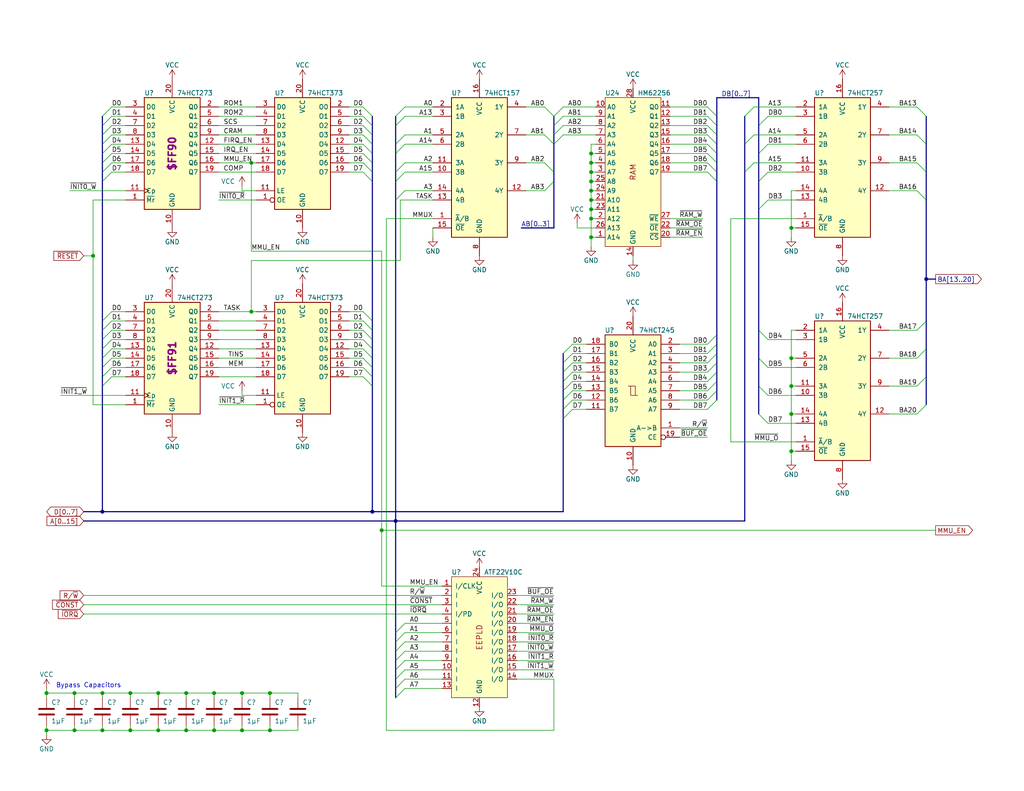
<source format=kicad_sch>
(kicad_sch (version 20230121) (generator eeschema)
  (paper "USLetter")
  (title_block (title "Memory Management Unit (MMU)") (date "2024-03-17") (rev "1.4") (company "Frédéric Segard") (comment 1 "MicroHobbyist's Retro Homebrew Computers") (comment 2 "microhobbyist.com"))
  (junction (at 50.8 189.23))
  (junction (at 43.18 189.23))
  (junction (at 27.94 189.23))
  (junction (at 20.32 189.23))
  (junction (at 161.29 64.77))
  (junction (at 58.42 189.23))
  (junction (at 50.8 199.39))
  (junction (at 161.29 44.45))
  (junction (at 161.29 41.91))
  (junction (at 215.9 123.19))
  (junction (at 58.42 199.39))
  (junction (at 215.9 113.03))
  (junction (at 104.14 144.78))
  (junction (at 35.56 199.39))
  (junction (at 101.6 139.7))
  (junction (at 161.29 49.53))
  (junction (at 20.32 199.39))
  (junction (at 161.29 46.99))
  (junction (at 215.9 62.23))
  (junction (at 27.94 139.7))
  (junction (at 27.94 199.39))
  (junction (at 73.66 189.23))
  (junction (at 43.18 199.39))
  (junction (at 25.4 69.85))
  (junction (at 107.95 142.24))
  (junction (at 215.9 105.41))
  (junction (at 12.7 189.23))
  (junction (at 12.7 199.39))
  (junction (at 161.29 54.61))
  (junction (at 35.56 189.23))
  (junction (at 73.66 199.39))
  (junction (at 66.04 189.23))
  (junction (at 161.29 52.07))
  (junction (at 66.04 199.39))
  (junction (at 215.9 97.79))
  (junction (at 161.29 57.15))
  (junction (at 68.58 44.45))
  (junction (at 68.58 85.09))
  (junction (at 252.73 76.2))
  (junction (at 161.29 59.69))
  (bus_entry (at 151.13 34.29) (size 2.54 -2.54))
  (bus_entry (at 156.21 109.22) (size -2.54 2.54))
  (bus_entry (at 252.73 39.37) (size -2.54 -2.54))
  (bus_entry (at 110.49 172.72) (size -2.54 2.54))
  (bus_entry (at 250.19 44.45) (size 2.54 2.54))
  (bus_entry (at 101.6 44.45) (size -2.54 -2.54))
  (bus_entry (at 101.6 87.63) (size -2.54 -2.54))
  (bus_entry (at 101.6 34.29) (size -2.54 -2.54))
  (bus_entry (at 27.94 49.53) (size 2.54 -2.54))
  (bus_entry (at 207.01 90.17) (size 2.54 2.54))
  (bus_entry (at 207.01 57.15) (size 2.54 -2.54))
  (bus_entry (at 27.94 46.99) (size 2.54 -2.54))
  (bus_entry (at 193.04 36.83) (size 2.54 2.54))
  (bus_entry (at 27.94 41.91) (size 2.54 -2.54))
  (bus_entry (at 193.04 39.37) (size 2.54 2.54))
  (bus_entry (at 250.19 52.07) (size 2.54 2.54))
  (bus_entry (at 27.94 97.79) (size 2.54 -2.54))
  (bus_entry (at 27.94 36.83) (size 2.54 -2.54))
  (bus_entry (at 107.95 46.99) (size 2.54 -2.54))
  (bus_entry (at 250.19 113.03) (size 2.54 -2.54))
  (bus_entry (at 110.49 182.88) (size -2.54 2.54))
  (bus_entry (at 151.13 31.75) (size 2.54 -2.54))
  (bus_entry (at 27.94 90.17) (size 2.54 -2.54))
  (bus_entry (at 193.04 106.68) (size 2.54 -2.54))
  (bus_entry (at 250.19 105.41) (size 2.54 -2.54))
  (bus_entry (at 107.95 31.75) (size 2.54 -2.54))
  (bus_entry (at 27.94 44.45) (size 2.54 -2.54))
  (bus_entry (at 193.04 101.6) (size 2.54 -2.54))
  (bus_entry (at 101.6 49.53) (size -2.54 -2.54))
  (bus_entry (at 110.49 46.99) (size -2.54 2.54))
  (bus_entry (at 148.59 36.83) (size 2.54 2.54))
  (bus_entry (at 207.01 113.03) (size 2.54 2.54))
  (bus_entry (at 207.01 97.79) (size 2.54 2.54))
  (bus_entry (at 110.49 180.34) (size -2.54 2.54))
  (bus_entry (at 27.94 87.63) (size 2.54 -2.54))
  (bus_entry (at 203.2 31.75) (size 2.54 -2.54))
  (bus_entry (at 101.6 95.25) (size -2.54 -2.54))
  (bus_entry (at 207.01 49.53) (size 2.54 -2.54))
  (bus_entry (at 193.04 29.21) (size 2.54 2.54))
  (bus_entry (at 156.21 101.6) (size -2.54 2.54))
  (bus_entry (at 27.94 31.75) (size 2.54 -2.54))
  (bus_entry (at 110.49 177.8) (size -2.54 2.54))
  (bus_entry (at 252.73 31.75) (size -2.54 -2.54))
  (bus_entry (at 193.04 96.52) (size 2.54 -2.54))
  (bus_entry (at 110.49 170.18) (size -2.54 2.54))
  (bus_entry (at 101.6 92.71) (size -2.54 -2.54))
  (bus_entry (at 110.49 39.37) (size -2.54 2.54))
  (bus_entry (at 101.6 46.99) (size -2.54 -2.54))
  (bus_entry (at 101.6 41.91) (size -2.54 -2.54))
  (bus_entry (at 193.04 104.14) (size 2.54 -2.54))
  (bus_entry (at 207.01 34.29) (size 2.54 -2.54))
  (bus_entry (at 110.49 52.07) (size -2.54 2.54))
  (bus_entry (at 151.13 39.37) (size 2.54 -2.54))
  (bus_entry (at 107.95 39.37) (size 2.54 -2.54))
  (bus_entry (at 156.21 93.98) (size -2.54 2.54))
  (bus_entry (at 203.2 39.37) (size 2.54 -2.54))
  (bus_entry (at 156.21 99.06) (size -2.54 2.54))
  (bus_entry (at 101.6 102.87) (size -2.54 -2.54))
  (bus_entry (at 207.01 105.41) (size 2.54 2.54))
  (bus_entry (at 148.59 44.45) (size 2.54 2.54))
  (bus_entry (at 156.21 106.68) (size -2.54 2.54))
  (bus_entry (at 156.21 104.14) (size -2.54 2.54))
  (bus_entry (at 156.21 111.76) (size -2.54 2.54))
  (bus_entry (at 193.04 99.06) (size 2.54 -2.54))
  (bus_entry (at 148.59 52.07) (size 2.54 -2.54))
  (bus_entry (at 27.94 105.41) (size 2.54 -2.54))
  (bus_entry (at 27.94 92.71) (size 2.54 -2.54))
  (bus_entry (at 27.94 95.25) (size 2.54 -2.54))
  (bus_entry (at 110.49 31.75) (size -2.54 2.54))
  (bus_entry (at 101.6 31.75) (size -2.54 -2.54))
  (bus_entry (at 101.6 97.79) (size -2.54 -2.54))
  (bus_entry (at 27.94 100.33) (size 2.54 -2.54))
  (bus_entry (at 250.19 90.17) (size 2.54 -2.54))
  (bus_entry (at 101.6 100.33) (size -2.54 -2.54))
  (bus_entry (at 193.04 31.75) (size 2.54 2.54))
  (bus_entry (at 193.04 109.22) (size 2.54 -2.54))
  (bus_entry (at 151.13 36.83) (size 2.54 -2.54))
  (bus_entry (at 207.01 41.91) (size 2.54 -2.54))
  (bus_entry (at 27.94 34.29) (size 2.54 -2.54))
  (bus_entry (at 110.49 187.96) (size -2.54 2.54))
  (bus_entry (at 250.19 97.79) (size 2.54 -2.54))
  (bus_entry (at 110.49 175.26) (size -2.54 2.54))
  (bus_entry (at 156.21 96.52) (size -2.54 2.54))
  (bus_entry (at 193.04 44.45) (size 2.54 2.54))
  (bus_entry (at 148.59 29.21) (size 2.54 2.54))
  (bus_entry (at 193.04 34.29) (size 2.54 2.54))
  (bus_entry (at 193.04 93.98) (size 2.54 -2.54))
  (bus_entry (at 101.6 105.41) (size -2.54 -2.54))
  (bus_entry (at 101.6 90.17) (size -2.54 -2.54))
  (bus_entry (at 27.94 39.37) (size 2.54 -2.54))
  (bus_entry (at 193.04 111.76) (size 2.54 -2.54))
  (bus_entry (at 27.94 102.87) (size 2.54 -2.54))
  (bus_entry (at 193.04 41.91) (size 2.54 2.54))
  (bus_entry (at 203.2 46.99) (size 2.54 -2.54))
  (bus_entry (at 110.49 185.42) (size -2.54 2.54))
  (bus_entry (at 101.6 36.83) (size -2.54 -2.54))
  (bus_entry (at 193.04 46.99) (size 2.54 2.54))
  (bus_entry (at 101.6 39.37) (size -2.54 -2.54))
  (wire (pts (xy 156.21 93.98) (xy 160.02 93.98)))
  (bus (pts (xy 195.58 96.52) (xy 195.58 99.06)))
  (bus (pts (xy 107.95 31.75) (xy 107.95 34.29)))
  (bus (pts (xy 195.58 44.45) (xy 195.58 46.99)))
  (wire (pts (xy 59.69 85.09) (xy 68.58 85.09)))
  (wire (pts (xy 30.48 34.29) (xy 34.29 34.29)))
  (wire (pts (xy 161.29 49.53) (xy 161.29 46.99)))
  (wire (pts (xy 209.55 54.61) (xy 217.17 54.61)))
  (wire (pts (xy 25.4 54.61) (xy 25.4 69.85)))
  (wire (pts (xy 25.4 69.85) (xy 25.4 110.49)))
  (bus (pts (xy 142.24 62.23) (xy 151.13 62.23)))
  (bus (pts (xy 107.95 49.53) (xy 107.95 54.61)))
  (wire (pts (xy 81.28 189.23) (xy 73.66 189.23)))
  (bus (pts (xy 195.58 36.83) (xy 195.58 39.37)))
  (wire (pts (xy 110.49 39.37) (xy 118.11 39.37)))
  (wire (pts (xy 140.97 165.1) (xy 151.13 165.1)))
  (wire (pts (xy 99.06 34.29) (xy 95.25 34.29)))
  (wire (pts (xy 99.06 87.63) (xy 95.25 87.63)))
  (wire (pts (xy 20.32 189.23) (xy 12.7 189.23)))
  (wire (pts (xy 68.58 85.09) (xy 69.85 85.09)))
  (bus (pts (xy 252.73 95.25) (xy 252.73 87.63)))
  (bus (pts (xy 107.95 142.24) (xy 203.2 142.24)))
  (wire (pts (xy 172.72 71.12) (xy 172.72 69.85)))
  (bus (pts (xy 195.58 46.99) (xy 195.58 49.53)))
  (bus (pts (xy 107.95 187.96) (xy 107.95 190.5)))
  (wire (pts (xy 66.04 198.12) (xy 66.04 199.39)))
  (wire (pts (xy 59.69 102.87) (xy 69.85 102.87)))
  (wire (pts (xy 215.9 90.17) (xy 215.9 97.79)))
  (bus (pts (xy 207.01 41.91) (xy 207.01 49.53)))
  (bus (pts (xy 27.94 97.79) (xy 27.94 100.33)))
  (wire (pts (xy 110.49 31.75) (xy 118.11 31.75)))
  (wire (pts (xy 34.29 54.61) (xy 25.4 54.61)))
  (wire (pts (xy 110.49 170.18) (xy 120.65 170.18)))
  (wire (pts (xy 182.88 46.99) (xy 193.04 46.99)))
  (wire (pts (xy 161.29 52.07) (xy 161.29 54.61)))
  (wire (pts (xy 25.4 110.49) (xy 34.29 110.49)))
  (bus (pts (xy 203.2 31.75) (xy 203.2 39.37)))
  (wire (pts (xy 59.69 110.49) (xy 69.85 110.49)))
  (wire (pts (xy 22.86 167.64) (xy 120.65 167.64)))
  (bus (pts (xy 153.67 96.52) (xy 153.67 99.06)))
  (wire (pts (xy 242.57 52.07) (xy 250.19 52.07)))
  (wire (pts (xy 50.8 189.23) (xy 43.18 189.23)))
  (wire (pts (xy 99.06 100.33) (xy 95.25 100.33)))
  (wire (pts (xy 99.06 44.45) (xy 95.25 44.45)))
  (wire (pts (xy 30.48 29.21) (xy 34.29 29.21)))
  (wire (pts (xy 104.14 144.78) (xy 255.27 144.78)))
  (wire (pts (xy 185.42 106.68) (xy 193.04 106.68)))
  (bus (pts (xy 195.58 41.91) (xy 195.58 44.45)))
  (wire (pts (xy 209.55 46.99) (xy 217.17 46.99)))
  (bus (pts (xy 22.86 139.7) (xy 27.94 139.7)))
  (wire (pts (xy 50.8 189.23) (xy 50.8 190.5)))
  (bus (pts (xy 252.73 76.2) (xy 252.73 87.63)))
  (wire (pts (xy 35.56 199.39) (xy 27.94 199.39)))
  (wire (pts (xy 99.06 29.21) (xy 95.25 29.21)))
  (wire (pts (xy 215.9 62.23) (xy 217.17 62.23)))
  (wire (pts (xy 182.88 39.37) (xy 193.04 39.37)))
  (wire (pts (xy 99.06 97.79) (xy 95.25 97.79)))
  (wire (pts (xy 99.06 36.83) (xy 95.25 36.83)))
  (wire (pts (xy 68.58 68.58) (xy 104.14 68.58)))
  (bus (pts (xy 27.94 102.87) (xy 27.94 105.41)))
  (wire (pts (xy 161.29 59.69) (xy 162.56 59.69)))
  (bus (pts (xy 101.6 36.83) (xy 101.6 39.37)))
  (wire (pts (xy 205.74 29.21) (xy 217.17 29.21)))
  (bus (pts (xy 195.58 34.29) (xy 195.58 36.83)))
  (wire (pts (xy 151.13 185.42) (xy 151.13 199.39)))
  (wire (pts (xy 215.9 97.79) (xy 215.9 105.41)))
  (bus (pts (xy 255.27 76.2) (xy 252.73 76.2)))
  (wire (pts (xy 161.29 54.61) (xy 161.29 57.15)))
  (bus (pts (xy 153.67 114.3) (xy 153.67 139.7)))
  (wire (pts (xy 161.29 44.45) (xy 162.56 44.45)))
  (wire (pts (xy 209.55 115.57) (xy 217.17 115.57)))
  (wire (pts (xy 215.9 52.07) (xy 215.9 62.23)))
  (wire (pts (xy 110.49 36.83) (xy 118.11 36.83)))
  (wire (pts (xy 185.42 104.14) (xy 193.04 104.14)))
  (wire (pts (xy 182.88 36.83) (xy 193.04 36.83)))
  (wire (pts (xy 143.51 44.45) (xy 148.59 44.45)))
  (bus (pts (xy 153.67 109.22) (xy 153.67 111.76)))
  (bus (pts (xy 151.13 46.99) (xy 151.13 49.53)))
  (wire (pts (xy 242.57 97.79) (xy 250.19 97.79)))
  (wire (pts (xy 215.9 123.19) (xy 215.9 125.73)))
  (bus (pts (xy 252.73 39.37) (xy 252.73 46.99)))
  (wire (pts (xy 20.32 189.23) (xy 20.32 190.5)))
  (wire (pts (xy 161.29 46.99) (xy 162.56 46.99)))
  (wire (pts (xy 209.55 92.71) (xy 217.17 92.71)))
  (bus (pts (xy 101.6 100.33) (xy 101.6 102.87)))
  (wire (pts (xy 110.49 180.34) (xy 120.65 180.34)))
  (wire (pts (xy 140.97 185.42) (xy 151.13 185.42)))
  (wire (pts (xy 27.94 198.12) (xy 27.94 199.39)))
  (bus (pts (xy 101.6 102.87) (xy 101.6 105.41)))
  (wire (pts (xy 43.18 189.23) (xy 35.56 189.23)))
  (bus (pts (xy 22.86 142.24) (xy 107.95 142.24)))
  (wire (pts (xy 153.67 36.83) (xy 162.56 36.83)))
  (wire (pts (xy 161.29 41.91) (xy 161.29 39.37)))
  (bus (pts (xy 195.58 31.75) (xy 195.58 34.29)))
  (bus (pts (xy 107.95 175.26) (xy 107.95 177.8)))
  (wire (pts (xy 30.48 46.99) (xy 34.29 46.99)))
  (wire (pts (xy 59.69 92.71) (xy 69.85 92.71)))
  (wire (pts (xy 73.66 199.39) (xy 66.04 199.39)))
  (wire (pts (xy 27.94 199.39) (xy 20.32 199.39)))
  (wire (pts (xy 110.49 46.99) (xy 118.11 46.99)))
  (wire (pts (xy 182.88 44.45) (xy 193.04 44.45)))
  (bus (pts (xy 107.95 34.29) (xy 107.95 39.37)))
  (wire (pts (xy 162.56 31.75) (xy 153.67 31.75)))
  (wire (pts (xy 185.42 96.52) (xy 193.04 96.52)))
  (wire (pts (xy 27.94 189.23) (xy 27.94 190.5)))
  (wire (pts (xy 59.69 90.17) (xy 69.85 90.17)))
  (wire (pts (xy 161.29 59.69) (xy 161.29 64.77)))
  (wire (pts (xy 199.39 59.69) (xy 199.39 120.65)))
  (wire (pts (xy 161.29 46.99) (xy 161.29 44.45)))
  (bus (pts (xy 207.01 49.53) (xy 207.01 57.15)))
  (wire (pts (xy 104.14 160.02) (xy 120.65 160.02)))
  (wire (pts (xy 156.21 111.76) (xy 160.02 111.76)))
  (wire (pts (xy 59.69 97.79) (xy 69.85 97.79)))
  (wire (pts (xy 242.57 113.03) (xy 250.19 113.03)))
  (bus (pts (xy 107.95 177.8) (xy 107.95 180.34)))
  (wire (pts (xy 161.29 52.07) (xy 162.56 52.07)))
  (wire (pts (xy 22.86 162.56) (xy 120.65 162.56)))
  (wire (pts (xy 68.58 71.12) (xy 68.58 85.09)))
  (bus (pts (xy 252.73 31.75) (xy 252.73 39.37)))
  (wire (pts (xy 215.9 123.19) (xy 217.17 123.19)))
  (wire (pts (xy 161.29 39.37) (xy 162.56 39.37)))
  (bus (pts (xy 207.01 34.29) (xy 207.01 41.91)))
  (wire (pts (xy 161.29 54.61) (xy 162.56 54.61)))
  (wire (pts (xy 209.55 100.33) (xy 217.17 100.33)))
  (bus (pts (xy 195.58 104.14) (xy 195.58 106.68)))
  (wire (pts (xy 58.42 189.23) (xy 58.42 190.5)))
  (bus (pts (xy 101.6 105.41) (xy 101.6 139.7)))
  (bus (pts (xy 101.6 44.45) (xy 101.6 46.99)))
  (wire (pts (xy 217.17 90.17) (xy 215.9 90.17)))
  (wire (pts (xy 66.04 50.8) (xy 66.04 52.07)))
  (wire (pts (xy 66.04 189.23) (xy 66.04 190.5)))
  (wire (pts (xy 118.11 62.23) (xy 118.11 64.77)))
  (wire (pts (xy 242.57 90.17) (xy 250.19 90.17)))
  (wire (pts (xy 153.67 29.21) (xy 162.56 29.21)))
  (wire (pts (xy 161.29 44.45) (xy 161.29 41.91)))
  (bus (pts (xy 27.94 46.99) (xy 27.94 49.53)))
  (wire (pts (xy 209.55 39.37) (xy 217.17 39.37)))
  (wire (pts (xy 161.29 57.15) (xy 162.56 57.15)))
  (bus (pts (xy 101.6 87.63) (xy 101.6 90.17)))
  (wire (pts (xy 59.69 29.21) (xy 69.85 29.21)))
  (wire (pts (xy 162.56 62.23) (xy 157.48 62.23)))
  (wire (pts (xy 43.18 198.12) (xy 43.18 199.39)))
  (wire (pts (xy 30.48 31.75) (xy 34.29 31.75)))
  (bus (pts (xy 207.01 105.41) (xy 207.01 113.03)))
  (wire (pts (xy 156.21 106.68) (xy 160.02 106.68)))
  (bus (pts (xy 107.95 41.91) (xy 107.95 46.99)))
  (wire (pts (xy 110.49 44.45) (xy 118.11 44.45)))
  (wire (pts (xy 30.48 92.71) (xy 34.29 92.71)))
  (wire (pts (xy 105.41 59.69) (xy 105.41 199.39)))
  (wire (pts (xy 161.29 64.77) (xy 162.56 64.77)))
  (wire (pts (xy 68.58 44.45) (xy 68.58 68.58)))
  (wire (pts (xy 215.9 62.23) (xy 215.9 64.77)))
  (wire (pts (xy 242.57 36.83) (xy 250.19 36.83)))
  (wire (pts (xy 59.69 95.25) (xy 69.85 95.25)))
  (wire (pts (xy 81.28 189.23) (xy 81.28 190.5)))
  (wire (pts (xy 109.22 54.61) (xy 109.22 71.12)))
  (wire (pts (xy 110.49 52.07) (xy 118.11 52.07)))
  (wire (pts (xy 22.86 69.85) (xy 25.4 69.85)))
  (wire (pts (xy 140.97 180.34) (xy 151.13 180.34)))
  (wire (pts (xy 20.32 199.39) (xy 12.7 199.39)))
  (bus (pts (xy 107.95 142.24) (xy 107.95 172.72)))
  (wire (pts (xy 242.57 29.21) (xy 250.19 29.21)))
  (wire (pts (xy 20.32 198.12) (xy 20.32 199.39)))
  (wire (pts (xy 30.48 95.25) (xy 34.29 95.25)))
  (wire (pts (xy 73.66 189.23) (xy 73.66 190.5)))
  (wire (pts (xy 99.06 46.99) (xy 95.25 46.99)))
  (bus (pts (xy 27.94 105.41) (xy 27.94 139.7)))
  (bus (pts (xy 107.95 180.34) (xy 107.95 182.88)))
  (wire (pts (xy 140.97 175.26) (xy 151.13 175.26)))
  (wire (pts (xy 58.42 198.12) (xy 58.42 199.39)))
  (wire (pts (xy 73.66 198.12) (xy 73.66 199.39)))
  (bus (pts (xy 27.94 49.53) (xy 27.94 87.63)))
  (bus (pts (xy 101.6 41.91) (xy 101.6 44.45)))
  (bus (pts (xy 101.6 49.53) (xy 101.6 87.63)))
  (wire (pts (xy 59.69 41.91) (xy 69.85 41.91)))
  (wire (pts (xy 30.48 41.91) (xy 34.29 41.91)))
  (wire (pts (xy 215.9 113.03) (xy 215.9 123.19)))
  (wire (pts (xy 140.97 177.8) (xy 151.13 177.8)))
  (wire (pts (xy 66.04 106.68) (xy 66.04 107.95)))
  (bus (pts (xy 101.6 34.29) (xy 101.6 36.83)))
  (wire (pts (xy 217.17 52.07) (xy 215.9 52.07)))
  (bus (pts (xy 27.94 41.91) (xy 27.94 44.45)))
  (wire (pts (xy 59.69 34.29) (xy 69.85 34.29)))
  (wire (pts (xy 110.49 175.26) (xy 120.65 175.26)))
  (wire (pts (xy 99.06 95.25) (xy 95.25 95.25)))
  (bus (pts (xy 153.67 111.76) (xy 153.67 114.3)))
  (wire (pts (xy 182.88 29.21) (xy 193.04 29.21)))
  (bus (pts (xy 195.58 49.53) (xy 195.58 91.44)))
  (wire (pts (xy 182.88 64.77) (xy 191.77 64.77)))
  (wire (pts (xy 215.9 105.41) (xy 215.9 113.03)))
  (wire (pts (xy 68.58 44.45) (xy 69.85 44.45)))
  (bus (pts (xy 101.6 90.17) (xy 101.6 92.71)))
  (wire (pts (xy 143.51 29.21) (xy 148.59 29.21)))
  (bus (pts (xy 107.95 54.61) (xy 107.95 142.24)))
  (wire (pts (xy 30.48 39.37) (xy 34.29 39.37)))
  (wire (pts (xy 66.04 199.39) (xy 58.42 199.39)))
  (bus (pts (xy 27.94 95.25) (xy 27.94 97.79)))
  (wire (pts (xy 162.56 34.29) (xy 153.67 34.29)))
  (wire (pts (xy 209.55 107.95) (xy 217.17 107.95)))
  (bus (pts (xy 27.94 100.33) (xy 27.94 102.87)))
  (bus (pts (xy 107.95 39.37) (xy 107.95 41.91)))
  (bus (pts (xy 195.58 99.06) (xy 195.58 101.6)))
  (wire (pts (xy 110.49 187.96) (xy 120.65 187.96)))
  (bus (pts (xy 101.6 31.75) (xy 101.6 34.29)))
  (bus (pts (xy 101.6 95.25) (xy 101.6 97.79)))
  (bus (pts (xy 252.73 102.87) (xy 252.73 95.25)))
  (wire (pts (xy 140.97 167.64) (xy 151.13 167.64)))
  (wire (pts (xy 30.48 97.79) (xy 34.29 97.79)))
  (wire (pts (xy 81.28 199.39) (xy 73.66 199.39)))
  (wire (pts (xy 185.42 99.06) (xy 193.04 99.06)))
  (wire (pts (xy 215.9 97.79) (xy 217.17 97.79)))
  (wire (pts (xy 182.88 31.75) (xy 193.04 31.75)))
  (bus (pts (xy 101.6 139.7) (xy 153.67 139.7)))
  (wire (pts (xy 104.14 144.78) (xy 104.14 160.02)))
  (bus (pts (xy 107.95 46.99) (xy 107.95 49.53)))
  (bus (pts (xy 207.01 97.79) (xy 207.01 105.41)))
  (bus (pts (xy 27.94 36.83) (xy 27.94 39.37)))
  (wire (pts (xy 110.49 177.8) (xy 120.65 177.8)))
  (wire (pts (xy 30.48 100.33) (xy 34.29 100.33)))
  (bus (pts (xy 195.58 39.37) (xy 195.58 41.91)))
  (wire (pts (xy 199.39 120.65) (xy 217.17 120.65)))
  (wire (pts (xy 104.14 68.58) (xy 104.14 144.78)))
  (wire (pts (xy 182.88 34.29) (xy 193.04 34.29)))
  (wire (pts (xy 81.28 198.12) (xy 81.28 199.39)))
  (wire (pts (xy 59.69 54.61) (xy 69.85 54.61)))
  (wire (pts (xy 156.21 109.22) (xy 160.02 109.22)))
  (wire (pts (xy 12.7 198.12) (xy 12.7 199.39)))
  (bus (pts (xy 153.67 106.68) (xy 153.67 109.22)))
  (wire (pts (xy 99.06 92.71) (xy 95.25 92.71)))
  (bus (pts (xy 203.2 46.99) (xy 203.2 142.24)))
  (bus (pts (xy 101.6 39.37) (xy 101.6 41.91)))
  (wire (pts (xy 162.56 49.53) (xy 161.29 49.53)))
  (wire (pts (xy 35.56 189.23) (xy 35.56 190.5)))
  (wire (pts (xy 59.69 44.45) (xy 68.58 44.45)))
  (bus (pts (xy 252.73 110.49) (xy 252.73 102.87)))
  (wire (pts (xy 140.97 182.88) (xy 151.13 182.88)))
  (wire (pts (xy 161.29 64.77) (xy 161.29 67.31)))
  (bus (pts (xy 207.01 57.15) (xy 207.01 90.17)))
  (wire (pts (xy 185.42 101.6) (xy 193.04 101.6)))
  (wire (pts (xy 157.48 60.96) (xy 157.48 62.23)))
  (wire (pts (xy 12.7 199.39) (xy 12.7 200.66)))
  (wire (pts (xy 215.9 105.41) (xy 217.17 105.41)))
  (wire (pts (xy 242.57 44.45) (xy 250.19 44.45)))
  (bus (pts (xy 207.01 26.67) (xy 195.58 26.67)))
  (wire (pts (xy 109.22 71.12) (xy 68.58 71.12)))
  (wire (pts (xy 151.13 199.39) (xy 105.41 199.39)))
  (wire (pts (xy 182.88 59.69) (xy 191.77 59.69)))
  (bus (pts (xy 27.94 87.63) (xy 27.94 90.17)))
  (bus (pts (xy 195.58 101.6) (xy 195.58 104.14)))
  (wire (pts (xy 156.21 104.14) (xy 160.02 104.14)))
  (wire (pts (xy 99.06 39.37) (xy 95.25 39.37)))
  (wire (pts (xy 242.57 105.41) (xy 250.19 105.41)))
  (bus (pts (xy 101.6 97.79) (xy 101.6 100.33)))
  (wire (pts (xy 110.49 185.42) (xy 120.65 185.42)))
  (bus (pts (xy 153.67 101.6) (xy 153.67 104.14)))
  (wire (pts (xy 156.21 101.6) (xy 160.02 101.6)))
  (wire (pts (xy 35.56 198.12) (xy 35.56 199.39)))
  (wire (pts (xy 161.29 41.91) (xy 162.56 41.91)))
  (bus (pts (xy 207.01 90.17) (xy 207.01 97.79)))
  (wire (pts (xy 59.69 87.63) (xy 69.85 87.63)))
  (wire (pts (xy 16.51 107.95) (xy 34.29 107.95)))
  (bus (pts (xy 151.13 49.53) (xy 151.13 62.23)))
  (wire (pts (xy 143.51 52.07) (xy 148.59 52.07)))
  (wire (pts (xy 50.8 199.39) (xy 43.18 199.39)))
  (wire (pts (xy 99.06 102.87) (xy 95.25 102.87)))
  (wire (pts (xy 30.48 85.09) (xy 34.29 85.09)))
  (wire (pts (xy 59.69 100.33) (xy 69.85 100.33)))
  (wire (pts (xy 35.56 189.23) (xy 27.94 189.23)))
  (wire (pts (xy 50.8 198.12) (xy 50.8 199.39)))
  (wire (pts (xy 43.18 189.23) (xy 43.18 190.5)))
  (wire (pts (xy 30.48 36.83) (xy 34.29 36.83)))
  (bus (pts (xy 151.13 31.75) (xy 151.13 34.29)))
  (wire (pts (xy 209.55 31.75) (xy 217.17 31.75)))
  (bus (pts (xy 27.94 92.71) (xy 27.94 95.25)))
  (wire (pts (xy 182.88 62.23) (xy 191.77 62.23)))
  (bus (pts (xy 207.01 34.29) (xy 207.01 26.67)))
  (wire (pts (xy 69.85 107.95) (xy 66.04 107.95)))
  (wire (pts (xy 156.21 99.06) (xy 160.02 99.06)))
  (wire (pts (xy 182.88 41.91) (xy 193.04 41.91)))
  (bus (pts (xy 151.13 39.37) (xy 151.13 46.99)))
  (wire (pts (xy 110.49 172.72) (xy 120.65 172.72)))
  (wire (pts (xy 185.42 93.98) (xy 193.04 93.98)))
  (wire (pts (xy 12.7 187.96) (xy 12.7 189.23)))
  (bus (pts (xy 203.2 39.37) (xy 203.2 46.99)))
  (wire (pts (xy 99.06 31.75) (xy 95.25 31.75)))
  (wire (pts (xy 99.06 90.17) (xy 95.25 90.17)))
  (wire (pts (xy 110.49 29.21) (xy 118.11 29.21)))
  (bus (pts (xy 151.13 34.29) (xy 151.13 36.83)))
  (wire (pts (xy 140.97 172.72) (xy 151.13 172.72)))
  (wire (pts (xy 73.66 189.23) (xy 66.04 189.23)))
  (wire (pts (xy 140.97 162.56) (xy 151.13 162.56)))
  (bus (pts (xy 27.94 44.45) (xy 27.94 46.99)))
  (bus (pts (xy 195.58 106.68) (xy 195.58 109.22)))
  (wire (pts (xy 58.42 189.23) (xy 50.8 189.23)))
  (wire (pts (xy 59.69 31.75) (xy 69.85 31.75)))
  (wire (pts (xy 110.49 182.88) (xy 120.65 182.88)))
  (wire (pts (xy 30.48 44.45) (xy 34.29 44.45)))
  (wire (pts (xy 99.06 41.91) (xy 95.25 41.91)))
  (wire (pts (xy 59.69 39.37) (xy 69.85 39.37)))
  (wire (pts (xy 215.9 113.03) (xy 217.17 113.03)))
  (wire (pts (xy 199.39 59.69) (xy 217.17 59.69)))
  (wire (pts (xy 109.22 54.61) (xy 118.11 54.61)))
  (bus (pts (xy 107.95 182.88) (xy 107.95 185.42)))
  (bus (pts (xy 195.58 26.67) (xy 195.58 31.75)))
  (wire (pts (xy 205.74 44.45) (xy 217.17 44.45)))
  (bus (pts (xy 27.94 139.7) (xy 101.6 139.7)))
  (wire (pts (xy 30.48 102.87) (xy 34.29 102.87)))
  (wire (pts (xy 185.42 116.84) (xy 193.04 116.84)))
  (bus (pts (xy 153.67 104.14) (xy 153.67 106.68)))
  (wire (pts (xy 30.48 90.17) (xy 34.29 90.17)))
  (wire (pts (xy 185.42 109.22) (xy 193.04 109.22)))
  (wire (pts (xy 58.42 199.39) (xy 50.8 199.39)))
  (wire (pts (xy 161.29 57.15) (xy 161.29 59.69)))
  (wire (pts (xy 105.41 59.69) (xy 118.11 59.69)))
  (wire (pts (xy 19.05 52.07) (xy 34.29 52.07)))
  (wire (pts (xy 43.18 199.39) (xy 35.56 199.39)))
  (bus (pts (xy 101.6 92.71) (xy 101.6 95.25)))
  (bus (pts (xy 27.94 39.37) (xy 27.94 41.91)))
  (wire (pts (xy 59.69 46.99) (xy 69.85 46.99)))
  (wire (pts (xy 12.7 189.23) (xy 12.7 190.5)))
  (wire (pts (xy 205.74 36.83) (xy 217.17 36.83)))
  (wire (pts (xy 22.86 165.1) (xy 120.65 165.1)))
  (bus (pts (xy 151.13 36.83) (xy 151.13 39.37)))
  (wire (pts (xy 66.04 52.07) (xy 69.85 52.07)))
  (wire (pts (xy 66.04 189.23) (xy 58.42 189.23)))
  (bus (pts (xy 195.58 93.98) (xy 195.58 96.52)))
  (bus (pts (xy 101.6 46.99) (xy 101.6 49.53)))
  (bus (pts (xy 252.73 54.61) (xy 252.73 76.2)))
  (wire (pts (xy 185.42 119.38) (xy 193.04 119.38)))
  (wire (pts (xy 156.21 96.52) (xy 160.02 96.52)))
  (wire (pts (xy 140.97 170.18) (xy 151.13 170.18)))
  (wire (pts (xy 161.29 49.53) (xy 161.29 52.07)))
  (bus (pts (xy 195.58 91.44) (xy 195.58 93.98)))
  (bus (pts (xy 153.67 99.06) (xy 153.67 101.6)))
  (bus (pts (xy 107.95 172.72) (xy 107.95 175.26)))
  (bus (pts (xy 107.95 185.42) (xy 107.95 187.96)))
  (bus (pts (xy 27.94 31.75) (xy 27.94 34.29)))
  (bus (pts (xy 27.94 34.29) (xy 27.94 36.83)))
  (wire (pts (xy 30.48 87.63) (xy 34.29 87.63)))
  (bus (pts (xy 252.73 54.61) (xy 252.73 46.99)))
  (wire (pts (xy 59.69 36.83) (xy 69.85 36.83)))
  (bus (pts (xy 27.94 90.17) (xy 27.94 92.71)))
  (wire (pts (xy 143.51 36.83) (xy 148.59 36.83)))
  (wire (pts (xy 27.94 189.23) (xy 20.32 189.23)))
  (wire (pts (xy 185.42 111.76) (xy 193.04 111.76)))
  (wire (pts (xy 99.06 85.09) (xy 95.25 85.09)))
  (text "Bypass Capacitors" (at 15.24 187.96 0) (effects (font (size 1.27 1.27)) (justify left bottom)))
  (label "R{slash}~{W}" (at 111.76 162.56 0))
  (label "~{INIT0_W}" (at 19.05 52.07 0))
  (label "~{IORQ}" (at 111.76 167.64 0))
  (label "~{RAM_EN}" (at 151.13 170.18 180))
  (label "DB1" (at 193.04 96.52 180))
  (label "BA20" (at 250.19 113.03 180))
  (label "A2" (at 115.57 44.45 0))
  (label "D6" (at 99.06 44.45 180))
  (label "AB1" (at 148.59 36.83 180))
  (label "DB5" (at 193.04 41.91 180))
  (label "D2" (at 99.06 90.17 180))
  (label "DB6" (at 193.04 44.45 180))
  (label "BA17" (at 250.19 90.17 180))
  (label "SCS" (at 60.96 34.29 0))
  (label "~{INIT1_R}" (at 59.69 110.49 0))
  (label "MMU_EN" (at 60.96 44.45 0))
  (label "BA14" (at 250.19 36.83 180))
  (label "DB2" (at 193.04 34.29 180))
  (label "DB[0..7]" (at 196.85 26.67 0))
  (label "D5" (at 30.48 97.79 0))
  (label "D2" (at 99.06 34.29 180))
  (label "TASK" (at 118.11 54.61 180))
  (label "D1" (at 99.06 87.63 180))
  (label "D6" (at 30.48 44.45 0))
  (label "IRQ_EN" (at 60.96 41.91 0))
  (label "D0" (at 30.48 85.09 0))
  (label "D7" (at 156.21 111.76 0))
  (label "D4" (at 99.06 39.37 180))
  (label "D3" (at 99.06 36.83 180))
  (label "MMUX" (at 118.11 59.69 180))
  (label "COMP" (at 60.96 46.99 0))
  (label "~{RAM_OE}" (at 151.13 167.64 180))
  (label "DB2" (at 209.55 46.99 0))
  (label "BA19" (at 250.19 105.41 180))
  (label "D0" (at 99.06 29.21 180))
  (label "D7" (at 99.06 102.87 180))
  (label "AB[0..3]" (at 142.24 62.23 0))
  (label "D2" (at 30.48 90.17 0))
  (label "A2" (at 111.76 175.26 0))
  (label "TASK" (at 60.96 85.09 0))
  (label "DB4" (at 193.04 39.37 180))
  (label "DB0" (at 193.04 93.98 180))
  (label "D5" (at 99.06 97.79 180))
  (label "DB2" (at 193.04 99.06 180))
  (label "DB1" (at 193.04 31.75 180))
  (label "DB4" (at 209.55 92.71 0))
  (label "DB1" (at 209.55 39.37 0))
  (label "A6" (at 111.76 185.42 0))
  (label "DB5" (at 209.55 100.33 0))
  (label "D1" (at 30.48 87.63 0))
  (label "A4" (at 111.76 180.34 0))
  (label "D6" (at 156.21 109.22 0))
  (label "DB0" (at 193.04 29.21 180))
  (label "D1" (at 30.48 31.75 0))
  (label "A0" (at 111.76 170.18 0))
  (label "A1" (at 115.57 36.83 0))
  (label "AB1" (at 154.94 31.75 0))
  (label "D3" (at 99.06 92.71 180))
  (label "~{RAM_W}" (at 151.13 165.1 180))
  (label "AB2" (at 148.59 44.45 180))
  (label "DB3" (at 193.04 36.83 180))
  (label "A0" (at 115.57 29.21 0))
  (label "D3" (at 30.48 92.71 0))
  (label "A15" (at 114.3 46.99 0))
  (label "DB7" (at 193.04 46.99 180))
  (label "D7" (at 30.48 102.87 0))
  (label "D3" (at 30.48 36.83 0))
  (label "D6" (at 99.06 100.33 180))
  (label "~{BUF_OE}" (at 151.13 162.56 180))
  (label "DB6" (at 193.04 109.22 180))
  (label "MEM" (at 62.23 100.33 0))
  (label "D0" (at 30.48 29.21 0))
  (label "A5" (at 111.76 182.88 0))
  (label "A7" (at 111.76 187.96 0))
  (label "D0" (at 99.06 85.09 180))
  (label "~{MMU_O}" (at 205.74 120.65 0))
  (label "~{RAM_EN}" (at 191.77 64.77 180))
  (label "BA15" (at 250.19 44.45 180))
  (label "DB7" (at 209.55 115.57 0))
  (label "~{MMU_O}" (at 151.13 172.72 180))
  (label "R{slash}~{W}" (at 193.04 116.84 180))
  (label "MMUX" (at 151.13 185.42 180))
  (label "AB3" (at 154.94 36.83 0))
  (label "AB2" (at 154.94 34.29 0))
  (label "D4" (at 30.48 95.25 0))
  (label "D7" (at 30.48 46.99 0))
  (label "DB3" (at 209.55 54.61 0))
  (label "~{INIT0_W}" (at 151.13 177.8 180))
  (label "~{INIT0_R}" (at 59.69 54.61 0))
  (label "~{CONST}" (at 111.76 165.1 0))
  (label "D1" (at 156.21 96.52 0))
  (label "ROM1" (at 60.96 29.21 0))
  (label "D0" (at 156.21 93.98 0))
  (label "D4" (at 30.48 39.37 0))
  (label "D6" (at 30.48 100.33 0))
  (label "BA18" (at 250.19 97.79 180))
  (label "FIRQ_EN" (at 60.96 39.37 0))
  (label "AB0" (at 148.59 29.21 180))
  (label "CRAM" (at 60.96 36.83 0))
  (label "AB3" (at 148.59 52.07 180))
  (label "A13" (at 114.3 31.75 0))
  (label "TINS" (at 62.23 97.79 0))
  (label "A15" (at 209.55 44.45 0))
  (label "BA13" (at 250.19 29.21 180))
  (label "~{RAM_OE}" (at 191.77 62.23 180))
  (label "ROM2" (at 60.96 31.75 0))
  (label "A3" (at 111.76 177.8 0))
  (label "~{INIT1_W}" (at 16.51 107.95 0))
  (label "~{INIT1_W}" (at 151.13 182.88 180))
  (label "~{INIT1_R}" (at 151.13 180.34 180))
  (label "D7" (at 99.06 46.99 180))
  (label "D5" (at 156.21 106.68 0))
  (label "A13" (at 209.55 29.21 0))
  (label "DB4" (at 193.04 104.14 180))
  (label "~{RAM_W}" (at 191.77 59.69 180))
  (label "DB3" (at 193.04 101.6 180))
  (label "D4" (at 99.06 95.25 180))
  (label "DB5" (at 193.04 106.68 180))
  (label "BA16" (at 250.19 52.07 180))
  (label "D2" (at 156.21 99.06 0))
  (label "MMU_EN" (at 68.58 68.58 0))
  (label "D3" (at 156.21 101.6 0))
  (label "DB0" (at 209.55 31.75 0))
  (label "A1" (at 111.76 172.72 0))
  (label "D4" (at 156.21 104.14 0))
  (label "DB6" (at 209.55 107.95 0))
  (label "MMU_EN" (at 111.76 160.02 0))
  (label "D1" (at 99.06 31.75 180))
  (label "A14" (at 209.55 36.83 0))
  (label "DB7" (at 193.04 111.76 180))
  (label "D5" (at 99.06 41.91 180))
  (label "A14" (at 114.3 39.37 0))
  (label "A3" (at 115.57 52.07 0))
  (label "D5" (at 30.48 41.91 0))
  (label "~{INIT0_R}" (at 151.13 175.26 180))
  (label "AB0" (at 154.94 29.21 0))
  (label "~{BUF_OE}" (at 193.04 119.38 180))
  (label "D2" (at 30.48 34.29 0))
  (global_label "~{CONST}" (shape input) (at 22.86 165.1 180) (property "Intersheetrefs" "${INTERSHEET_REFS}" (effects hide)))
  (global_label "BA[13..20]" (shape output) (at 255.27 76.2 0) (property "Intersheetrefs" "${INTERSHEET_REFS}" (effects hide)))
  (global_label "D[0..7]" (shape bidirectional) (at 22.86 139.7 180) (property "Intersheetrefs" "${INTERSHEET_REFS}" (effects hide)))
  (global_label "~{IORQ}" (shape input) (at 22.86 167.64 180) (property "Intersheetrefs" "${INTERSHEET_REFS}" (effects hide)))
  (global_label "R{slash}~{W}" (shape input) (at 22.86 162.56 180) (property "Intersheetrefs" "${INTERSHEET_REFS}" (effects hide)))
  (global_label "A[0..15]" (shape input) (at 22.86 142.24 180) (property "Intersheetrefs" "${INTERSHEET_REFS}" (effects hide)))
  (global_label "~{RESET}" (shape input) (at 22.86 69.85 180) (property "Intersheetrefs" "${INTERSHEET_REFS}" (effects hide)))
  (global_label "MMU_EN" (shape output) (at 255.27 144.78 0) (property "Intersheetrefs" "${INTERSHEET_REFS}" (effects hide)))
  (symbol (lib_name "74HC257_1") (lib_id "0_Library:74HC257") (at 229.87 44.45 0) (unit 1)
    (property "Reference" "U?" (at 222.25 25.4 0) (effects (justify left)))
    (property "Value" "74HCT257" (at 231.14 25.4 0) (effects (justify left)))
    (property "Footprint" "Package_DIP:DIP-16_W7.62mm_Socket" (effects hide))
    (property "Datasheet" "https://www.ti.com/lit/ds/symlink/sn74hc257.pdf" (effects hide))
    (instances (project "MMU test" (path "" (reference "U?") (unit 1))) (project "PCB - CPU V1" (path "" (reference "U23") (unit 1))))
  )
  (symbol (lib_id "74xx:74LS273") (at 46.99 97.79 0) (unit 1)
    (property "Reference" "U?" (at 39.37 81.28 0) (effects (justify left)))
    (property "Value" "74HCT273" (at 48.26 81.28 0) (effects (justify left)))
    (property "Footprint" "Package_DIP:DIP-20_W7.62mm_Socket" (effects hide))
    (property "Datasheet" "http://www.ti.com/lit/gpn/sn74LS273" (effects hide))
    (property "Addr" "$FF91" (at 46.99 97.79 90) (effects (font (size 2 2) bold)))
    (instances (project "MMU test" (path "" (reference "U?") (unit 1))) (project "PCB - CPU V1" (path "" (reference "U25") (unit 1))))
  )
  (symbol (lib_id "Device:C") (at 35.56 194.31 0) (unit 1)
    (property "Reference" "C?" (at 36.83 191.77 0) (effects (justify left)))
    (property "Value" "1µF" (at 36.83 196.85 0) (effects (justify left)))
    (property "Footprint" "Capacitor_THT:C_Disc_D3.0mm_W1.6mm_P2.50mm" (effects hide))
    (instances (project "MMU test" (path "" (reference "C?") (unit 1))) (project "PCB - CPU V1" (path "" (reference "C38") (unit 1))))
  )
  (symbol (lib_id "Device:C") (at 12.7 194.31 0) (unit 1)
    (property "Reference" "C?" (at 13.97 191.77 0) (effects (justify left)))
    (property "Value" "1µF" (at 13.97 196.85 0) (effects (justify left)))
    (property "Footprint" "Capacitor_THT:C_Disc_D3.0mm_W1.6mm_P2.50mm" (effects hide))
    (instances (project "MMU test" (path "" (reference "C?") (unit 1))) (project "PCB - CPU V1" (path "" (reference "C35") (unit 1))))
  )
  (symbol (lib_id "power:GND") (at 130.81 193.04 0) (unit 1)
    (property "Reference" "#PWR?" (effects hide))
    (property "Value" "GND" (at 130.81 196.85 0))
    (instances (project "MMU test" (path "" (reference "#PWR?") (unit 1))) (project "PCB - CPU V1" (path "" (reference "#PWR0116") (unit 1))))
  )
  (symbol (lib_id "74xx:74LS245") (at 172.72 106.68 0) (mirror y) (unit 1)
    (property "Reference" "U?" (at 167.64 90.17 0) (effects (justify left)))
    (property "Value" "74HCT245" (at 184.15 90.17 0) (effects (justify left)))
    (property "Footprint" "Package_DIP:DIP-20_W7.62mm_Socket" (effects hide))
    (property "Datasheet" "http://www.ti.com/lit/gpn/sn74LS245" (effects hide))
    (instances (project "MMU test" (path "" (reference "U?") (unit 1))) (project "PCB - CPU V1" (path "" (reference "U28") (unit 1))))
  )
  (symbol (lib_id "power:VCC") (at 130.81 154.94 0) (unit 1)
    (property "Reference" "#PWR?" (effects hide))
    (property "Value" "VCC" (at 130.81 151.13 0))
    (instances (project "PCB - CPU V1" (path "" (reference "#PWR?") (unit 1)) (path "" (reference "#PWR0114") (unit 1))))
  )
  (symbol (lib_id "power:VCC") (at 82.55 77.47 0) (unit 1)
    (property "Reference" "#PWR?" (effects hide))
    (property "Value" "VCC" (at 82.55 73.66 0))
    (instances (project "PCB - CPU V1" (path "" (reference "#PWR?") (unit 1)) (path "" (reference "#PWR0105") (unit 1))))
  )
  (symbol (lib_id "power:GND") (at 172.72 127 0) (unit 1)
    (property "Reference" "#PWR?" (effects hide))
    (property "Value" "GND" (at 172.72 130.81 0))
    (instances (project "MMU test" (path "" (reference "#PWR?") (unit 1))) (project "PCB - CPU V1" (path "" (reference "#PWR0112") (unit 1))))
  )
  (symbol (lib_id "0_Library:ATF22V10C") (at 130.81 156.21 0) (unit 1)
    (property "Reference" "U?" (at 123.19 156.21 0) (effects (justify left)))
    (property "Value" "ATF22V10C" (at 132.08 156.21 0) (effects (justify left)))
    (property "Footprint" "Package_DIP:DIP-24_W7.62mm_Socket" (effects hide))
    (property "Datasheet" "http://ww1.microchip.com/downloads/en/DeviceDoc/doc0735.pdf" (effects hide))
    (instances (project "MMU test" (path "" (reference "U?") (unit 1))) (project "PCB - CPU V1" (path "" (reference "U29") (unit 1))))
  )
  (symbol (lib_id "74xx:74LS273") (at 46.99 41.91 0) (unit 1)
    (property "Reference" "U?" (at 39.37 25.4 0) (effects (justify left)))
    (property "Value" "74HCT273" (at 48.26 25.4 0) (effects (justify left)))
    (property "Footprint" "Package_DIP:DIP-20_W7.62mm_Socket" (effects hide))
    (property "Datasheet" "http://www.ti.com/lit/gpn/sn74LS273" (effects hide))
    (property "Addr" "$FF90" (at 46.99 41.91 90) (effects (font (size 2 2) bold)))
    (instances (project "MMU test" (path "" (reference "U?") (unit 1))) (project "PCB - CPU V1" (path "" (reference "U20") (unit 1))))
  )
  (symbol (lib_id "power:VCC") (at 46.99 77.47 0) (unit 1)
    (property "Reference" "#PWR?" (effects hide))
    (property "Value" "VCC" (at 46.99 73.66 0))
    (instances (project "PCB - CPU V1" (path "" (reference "#PWR?") (unit 1)) (path "" (reference "#PWR0104") (unit 1))))
  )
  (symbol (lib_id "power:VCC") (at 229.87 82.55 0) (unit 1)
    (property "Reference" "#PWR?" (effects hide))
    (property "Value" "VCC" (at 229.87 78.74 0))
    (instances (project "PCB - CPU V1" (path "" (reference "#PWR?") (unit 1)) (path "" (reference "#PWR0106") (unit 1))))
  )
  (symbol (lib_id "power:GND") (at 46.99 62.23 0) (unit 1)
    (property "Reference" "#PWR?" (effects hide))
    (property "Value" "GND" (at 46.99 66.04 0))
    (instances (project "MMU test" (path "" (reference "#PWR?") (unit 1))) (project "PCB - CPU V1" (path "" (reference "#PWR096") (unit 1))))
  )
  (symbol (lib_id "Device:C") (at 20.32 194.31 0) (unit 1)
    (property "Reference" "C?" (at 21.59 191.77 0) (effects (justify left)))
    (property "Value" "1µF" (at 21.59 196.85 0) (effects (justify left)))
    (property "Footprint" "Capacitor_THT:C_Disc_D3.0mm_W1.6mm_P2.50mm" (effects hide))
    (instances (project "MMU test" (path "" (reference "C?") (unit 1))) (project "PCB - CPU V1" (path "" (reference "C36") (unit 1))))
  )
  (symbol (lib_id "Device:C") (at 43.18 194.31 0) (unit 1)
    (property "Reference" "C?" (at 44.45 191.77 0) (effects (justify left)))
    (property "Value" "1µF" (at 44.45 196.85 0) (effects (justify left)))
    (property "Footprint" "Capacitor_THT:C_Disc_D3.0mm_W1.6mm_P2.50mm" (effects hide))
    (instances (project "MMU test" (path "" (reference "C?") (unit 1))) (project "PCB - CPU V1" (path "" (reference "C39") (unit 1))))
  )
  (symbol (lib_id "power:GND") (at 130.81 69.85 0) (unit 1)
    (property "Reference" "#PWR?" (effects hide))
    (property "Value" "GND" (at 130.81 73.66 0))
    (instances (project "MMU test" (path "" (reference "#PWR?") (unit 1))) (project "PCB - CPU V1" (path "" (reference "#PWR0101") (unit 1))))
  )
  (symbol (lib_id "power:GND") (at 229.87 130.81 0) (unit 1)
    (property "Reference" "#PWR?" (effects hide))
    (property "Value" "GND" (at 229.87 134.62 0))
    (instances (project "MMU test" (path "" (reference "#PWR?") (unit 1))) (project "PCB - CPU V1" (path "" (reference "#PWR0113") (unit 1))))
  )
  (symbol (lib_id "power:VCC") (at 172.72 86.36 0) (unit 1)
    (property "Reference" "#PWR?" (effects hide))
    (property "Value" "VCC" (at 172.72 82.55 0))
    (instances (project "PCB - CPU V1" (path "" (reference "#PWR?") (unit 1)) (path "" (reference "#PWR0107") (unit 1))))
  )
  (symbol (lib_id "power:GND") (at 215.9 64.77 0) (unit 1)
    (property "Reference" "#PWR?" (effects hide))
    (property "Value" "GND" (at 215.9 68.58 0))
    (instances (project "MMU test" (path "" (reference "#PWR?") (unit 1))) (project "PCB - CPU V1" (path "" (reference "#PWR099") (unit 1))))
  )
  (symbol (lib_id "Device:C") (at 58.42 194.31 0) (unit 1)
    (property "Reference" "C?" (at 59.69 191.77 0) (effects (justify left)))
    (property "Value" "1µF" (at 59.69 196.85 0) (effects (justify left)))
    (property "Footprint" "Capacitor_THT:C_Disc_D3.0mm_W1.6mm_P2.50mm" (effects hide))
    (instances (project "MMU test" (path "" (reference "C?") (unit 1))) (project "PCB - CPU V1" (path "" (reference "C41") (unit 1))))
  )
  (symbol (lib_id "power:GND") (at 118.11 64.77 0) (unit 1)
    (property "Reference" "#PWR?" (effects hide))
    (property "Value" "GND" (at 118.11 68.58 0))
    (instances (project "MMU test" (path "" (reference "#PWR?") (unit 1))) (project "PCB - CPU V1" (path "" (reference "#PWR098") (unit 1))))
  )
  (symbol (lib_id "0_Library:HM62256") (at 172.72 46.99 0) (unit 1)
    (property "Reference" "U24" (at 165.1 25.4 0) (effects (justify left)))
    (property "Value" "HM62256" (at 173.99 25.4 0) (effects (justify left)))
    (property "Footprint" "Package_DIP:DIP-28_W15.24mm_Socket" (effects hide))
    (property "Datasheet" "https://www.futurlec.com/Datasheet/Memory/62256.pdf" (effects hide))
  )
  (symbol (lib_id "Device:C") (at 73.66 194.31 0) (unit 1)
    (property "Reference" "C?" (at 74.93 191.77 0) (effects (justify left)))
    (property "Value" "1µF" (at 74.93 196.85 0) (effects (justify left)))
    (property "Footprint" "Capacitor_THT:C_Disc_D3.0mm_W1.6mm_P2.50mm" (effects hide))
    (instances (project "MMU test" (path "" (reference "C?") (unit 1))) (project "PCB - CPU V1" (path "" (reference "C43") (unit 1))))
  )
  (symbol (lib_id "power:VCC") (at 66.04 50.8 0) (unit 1)
    (property "Reference" "#PWR?" (effects hide))
    (property "Value" "VCC" (at 62.23 49.53 0))
    (instances (project "PCB - CPU V1" (path "" (reference "#PWR?") (unit 1)) (path "" (reference "#PWR094") (unit 1))))
  )
  (symbol (lib_id "0_Library:74HC157") (at 130.81 44.45 0) (unit 1)
    (property "Reference" "U?" (at 123.19 25.4 0) (effects (justify left)))
    (property "Value" "74HCT157" (at 132.08 25.4 0) (effects (justify left)))
    (property "Footprint" "Package_DIP:DIP-16_W7.62mm_Socket" (effects hide))
    (property "Datasheet" "https://www.ti.com/lit/ds/symlink/sn74hc157.pdf" (effects hide))
    (instances (project "MMU test" (path "" (reference "U?") (unit 1))) (project "PCB - CPU V1" (path "" (reference "U22") (unit 1))))
  )
  (symbol (lib_id "power:VCC") (at 157.48 60.96 0) (unit 1)
    (property "Reference" "#PWR?" (effects hide))
    (property "Value" "VCC" (at 157.48 57.15 0))
    (instances (project "PCB - CPU V1" (path "" (reference "#PWR?") (unit 1)) (path "" (reference "#PWR095") (unit 1))))
  )
  (symbol (lib_id "power:VCC") (at 82.55 21.59 0) (unit 1)
    (property "Reference" "#PWR?" (effects hide))
    (property "Value" "VCC" (at 82.55 17.78 0))
    (instances (project "PCB - CPU V1" (path "" (reference "#PWR?") (unit 1)) (path "" (reference "#PWR090") (unit 1))))
  )
  (symbol (lib_id "Device:C") (at 50.8 194.31 0) (unit 1)
    (property "Reference" "C?" (at 52.07 191.77 0) (effects (justify left)))
    (property "Value" "1µF" (at 52.07 196.85 0) (effects (justify left)))
    (property "Footprint" "Capacitor_THT:C_Disc_D3.0mm_W1.6mm_P2.50mm" (effects hide))
    (instances (project "MMU test" (path "" (reference "C?") (unit 1))) (project "PCB - CPU V1" (path "" (reference "C40") (unit 1))))
  )
  (symbol (lib_id "power:GND") (at 82.55 62.23 0) (unit 1)
    (property "Reference" "#PWR?" (effects hide))
    (property "Value" "GND" (at 82.55 66.04 0))
    (instances (project "MMU test" (path "" (reference "#PWR?") (unit 1))) (project "PCB - CPU V1" (path "" (reference "#PWR097") (unit 1))))
  )
  (symbol (lib_id "Device:C") (at 27.94 194.31 0) (unit 1)
    (property "Reference" "C?" (at 29.21 191.77 0) (effects (justify left)))
    (property "Value" "1µF" (at 29.21 196.85 0) (effects (justify left)))
    (property "Footprint" "Capacitor_THT:C_Disc_D3.0mm_W1.6mm_P2.50mm" (effects hide))
    (instances (project "MMU test" (path "" (reference "C?") (unit 1))) (project "PCB - CPU V1" (path "" (reference "C37") (unit 1))))
  )
  (symbol (lib_id "power:GND") (at 215.9 125.73 0) (unit 1)
    (property "Reference" "#PWR?" (effects hide))
    (property "Value" "GND" (at 215.9 129.54 0))
    (instances (project "MMU test" (path "" (reference "#PWR?") (unit 1))) (project "PCB - CPU V1" (path "" (reference "#PWR0111") (unit 1))))
  )
  (symbol (lib_id "power:VCC") (at 66.04 106.68 0) (unit 1)
    (property "Reference" "#PWR?" (effects hide))
    (property "Value" "VCC" (at 62.23 105.41 0))
    (instances (project "PCB - CPU V1" (path "" (reference "#PWR?") (unit 1)) (path "" (reference "#PWR0108") (unit 1))))
  )
  (symbol (lib_id "power:VCC") (at 12.7 187.96 0) (unit 1)
    (property "Reference" "#PWR?" (effects hide))
    (property "Value" "VCC" (at 12.7 184.15 0))
    (instances (project "PCB - CPU V1" (path "" (reference "#PWR?") (unit 1)) (path "" (reference "#PWR0115") (unit 1))))
  )
  (symbol (lib_id "0_Library:74HC257") (at 229.87 105.41 0) (unit 1)
    (property "Reference" "U?" (at 222.25 86.36 0) (effects (justify left)))
    (property "Value" "74HCT257" (at 231.14 86.36 0) (effects (justify left)))
    (property "Footprint" "Package_DIP:DIP-16_W7.62mm_Socket" (effects hide))
    (property "Datasheet" "https://www.ti.com/lit/ds/symlink/sn74hc257.pdf" (effects hide))
    (instances (project "MMU test" (path "" (reference "U?") (unit 1))) (project "PCB - CPU V1" (path "" (reference "U27") (unit 1))))
  )
  (symbol (lib_id "power:GND") (at 229.87 69.85 0) (unit 1)
    (property "Reference" "#PWR?" (effects hide))
    (property "Value" "GND" (at 229.87 73.66 0))
    (instances (project "MMU test" (path "" (reference "#PWR?") (unit 1))) (project "PCB - CPU V1" (path "" (reference "#PWR0102") (unit 1))))
  )
  (symbol (lib_id "power:GND") (at 161.29 67.31 0) (unit 1)
    (property "Reference" "#PWR?" (effects hide))
    (property "Value" "GND" (at 161.29 71.12 0))
    (instances (project "MMU test" (path "" (reference "#PWR?") (unit 1))) (project "PCB - CPU V1" (path "" (reference "#PWR0100") (unit 1))))
  )
  (symbol (lib_id "power:VCC") (at 172.72 24.13 0) (unit 1)
    (property "Reference" "#PWR?" (effects hide))
    (property "Value" "VCC" (at 172.72 20.32 0))
    (instances (project "PCB - CPU V1" (path "" (reference "#PWR?") (unit 1)) (path "" (reference "#PWR093") (unit 1))))
  )
  (symbol (lib_id "power:VCC") (at 229.87 21.59 0) (unit 1)
    (property "Reference" "#PWR?" (effects hide))
    (property "Value" "VCC" (at 229.87 17.78 0))
    (instances (project "PCB - CPU V1" (path "" (reference "#PWR?") (unit 1)) (path "" (reference "#PWR092") (unit 1))))
  )
  (symbol (lib_id "power:GND") (at 46.99 118.11 0) (unit 1)
    (property "Reference" "#PWR?" (effects hide))
    (property "Value" "GND" (at 46.99 121.92 0))
    (instances (project "MMU test" (path "" (reference "#PWR?") (unit 1))) (project "PCB - CPU V1" (path "" (reference "#PWR0109") (unit 1))))
  )
  (symbol (lib_id "Device:C") (at 81.28 194.31 0) (unit 1)
    (property "Reference" "C?" (at 82.55 191.77 0) (effects (justify left)))
    (property "Value" "1µF" (at 82.55 196.85 0) (effects (justify left)))
    (property "Footprint" "Capacitor_THT:C_Disc_D3.0mm_W1.6mm_P2.50mm" (effects hide))
    (instances (project "MMU test" (path "" (reference "C?") (unit 1))) (project "PCB - CPU V1" (path "" (reference "C44") (unit 1))))
  )
  (symbol (lib_id "power:GND") (at 172.72 71.12 0) (unit 1)
    (property "Reference" "#PWR?" (effects hide))
    (property "Value" "GND" (at 172.72 74.93 0))
    (instances (project "MMU test" (path "" (reference "#PWR?") (unit 1))) (project "PCB - CPU V1" (path "" (reference "#PWR0103") (unit 1))))
  )
  (symbol (lib_id "74xx:74HCT373") (at 82.55 41.91 0) (unit 1)
    (property "Reference" "U?" (at 74.93 25.4 0) (effects (justify left)))
    (property "Value" "74HCT373" (at 83.82 25.4 0) (effects (justify left)))
    (property "Footprint" "Package_DIP:DIP-20_W7.62mm_Socket" (effects hide))
    (property "Datasheet" "https://www.ti.com/lit/ds/symlink/sn74hct373.pdf" (effects hide))
    (instances (project "MMU test" (path "" (reference "U?") (unit 1))) (project "PCB - CPU V1" (path "" (reference "U21") (unit 1))))
  )
  (symbol (lib_id "74xx:74HCT373") (at 82.55 97.79 0) (unit 1)
    (property "Reference" "U?" (at 74.93 81.28 0) (effects (justify left)))
    (property "Value" "74HCT373" (at 83.82 81.28 0) (effects (justify left)))
    (property "Footprint" "Package_DIP:DIP-20_W7.62mm_Socket" (effects hide))
    (property "Datasheet" "https://www.ti.com/lit/ds/symlink/sn74hct373.pdf" (effects hide))
    (instances (project "MMU test" (path "" (reference "U?") (unit 1))) (project "PCB - CPU V1" (path "" (reference "U26") (unit 1))))
  )
  (symbol (lib_id "Device:C") (at 66.04 194.31 0) (unit 1)
    (property "Reference" "C?" (at 67.31 191.77 0) (effects (justify left)))
    (property "Value" "1µF" (at 67.31 196.85 0) (effects (justify left)))
    (property "Footprint" "Capacitor_THT:C_Disc_D3.0mm_W1.6mm_P2.50mm" (effects hide))
    (instances (project "MMU test" (path "" (reference "C?") (unit 1))) (project "PCB - CPU V1" (path "" (reference "C42") (unit 1))))
  )
  (symbol (lib_id "power:GND") (at 82.55 118.11 0) (unit 1)
    (property "Reference" "#PWR?" (effects hide))
    (property "Value" "GND" (at 82.55 121.92 0))
    (instances (project "MMU test" (path "" (reference "#PWR?") (unit 1))) (project "PCB - CPU V1" (path "" (reference "#PWR0110") (unit 1))))
  )
  (symbol (lib_id "power:GND") (at 12.7 200.66 0) (unit 1)
    (property "Reference" "#PWR?" (effects hide))
    (property "Value" "GND" (at 12.7 204.47 0))
    (instances (project "MMU test" (path "" (reference "#PWR?") (unit 1))) (project "PCB - CPU V1" (path "" (reference "#PWR0117") (unit 1))))
  )
  (symbol (lib_id "power:VCC") (at 130.81 21.59 0) (unit 1)
    (property "Reference" "#PWR?" (effects hide))
    (property "Value" "VCC" (at 130.81 17.78 0))
    (instances (project "PCB - CPU V1" (path "" (reference "#PWR?") (unit 1)) (path "" (reference "#PWR091") (unit 1))))
  )
  (symbol (lib_id "power:VCC") (at 46.99 21.59 0) (unit 1)
    (property "Reference" "#PWR?" (effects hide))
    (property "Value" "VCC" (at 46.99 17.78 0))
    (instances (project "PCB - CPU V1" (path "" (reference "#PWR?") (unit 1)) (path "" (reference "#PWR089") (unit 1))))
  )
)
</source>
